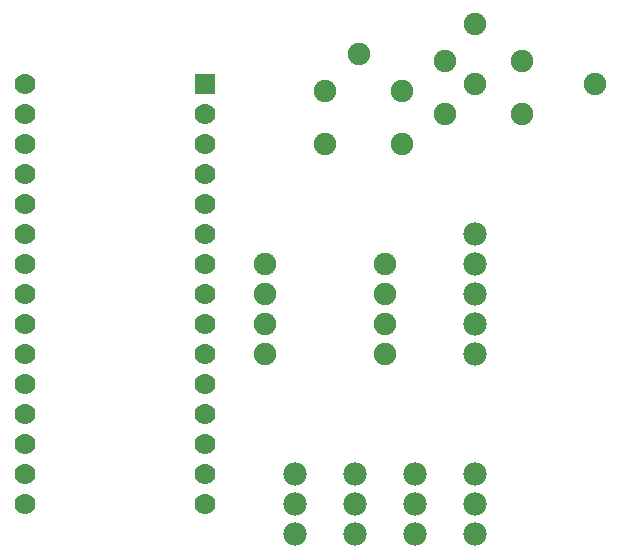
<source format=gbl>
G04 MADE WITH FRITZING*
G04 WWW.FRITZING.ORG*
G04 DOUBLE SIDED*
G04 HOLES PLATED*
G04 CONTOUR ON CENTER OF CONTOUR VECTOR*
%ASAXBY*%
%FSLAX23Y23*%
%MOIN*%
%OFA0B0*%
%SFA1.0B1.0*%
%ADD10C,0.070000*%
%ADD11C,0.078000*%
%ADD12C,0.075000*%
%ADD13R,0.069972X0.070000*%
%LNCOPPER0*%
G90*
G70*
G54D10*
X902Y1852D03*
X902Y1752D03*
X902Y1652D03*
X902Y1552D03*
X902Y1452D03*
X902Y1352D03*
X902Y1252D03*
X902Y1152D03*
X902Y1052D03*
X902Y952D03*
X902Y852D03*
X902Y752D03*
X902Y652D03*
X902Y552D03*
X902Y452D03*
X302Y1852D03*
X302Y1752D03*
X302Y1652D03*
X302Y1552D03*
X302Y1452D03*
X302Y1352D03*
X302Y1252D03*
X302Y1152D03*
X302Y1052D03*
X302Y952D03*
X302Y852D03*
X302Y752D03*
X302Y652D03*
X302Y552D03*
X302Y452D03*
X902Y1852D03*
X902Y1752D03*
X902Y1652D03*
X902Y1552D03*
X902Y1452D03*
X902Y1352D03*
X902Y1252D03*
X902Y1152D03*
X902Y1052D03*
X902Y952D03*
X902Y852D03*
X902Y752D03*
X902Y652D03*
X902Y552D03*
X902Y452D03*
X302Y1852D03*
X302Y1752D03*
X302Y1652D03*
X302Y1552D03*
X302Y1452D03*
X302Y1352D03*
X302Y1252D03*
X302Y1152D03*
X302Y1052D03*
X302Y952D03*
X302Y852D03*
X302Y752D03*
X302Y652D03*
X302Y552D03*
X302Y452D03*
G54D11*
X1802Y552D03*
X1802Y452D03*
X1802Y352D03*
X1802Y552D03*
X1802Y452D03*
X1802Y352D03*
X1602Y552D03*
X1602Y452D03*
X1602Y352D03*
X1602Y552D03*
X1602Y452D03*
X1602Y352D03*
X1402Y552D03*
X1402Y452D03*
X1402Y352D03*
X1402Y552D03*
X1402Y452D03*
X1402Y352D03*
X1202Y552D03*
X1202Y452D03*
X1202Y352D03*
X1202Y552D03*
X1202Y452D03*
X1202Y352D03*
X1802Y1352D03*
X1802Y1252D03*
X1802Y1152D03*
X1802Y1052D03*
X1802Y952D03*
X1802Y1352D03*
X1802Y1252D03*
X1802Y1152D03*
X1802Y1052D03*
X1802Y952D03*
G54D12*
X1502Y1052D03*
X1102Y1052D03*
X1502Y1052D03*
X1102Y1052D03*
X1502Y1152D03*
X1102Y1152D03*
X1502Y1152D03*
X1102Y1152D03*
X1502Y1252D03*
X1102Y1252D03*
X1502Y1252D03*
X1102Y1252D03*
X1502Y952D03*
X1102Y952D03*
X1502Y952D03*
X1102Y952D03*
X1558Y1652D03*
X1302Y1652D03*
X1558Y1829D03*
X1302Y1829D03*
X1958Y1752D03*
X1702Y1752D03*
X1958Y1929D03*
X1702Y1929D03*
X1802Y2052D03*
X1414Y1953D03*
X1802Y2052D03*
X1414Y1953D03*
X2202Y1852D03*
X1802Y1852D03*
X2202Y1852D03*
X1802Y1852D03*
G54D13*
X902Y1852D03*
X902Y1852D03*
G04 End of Copper0*
M02*
</source>
